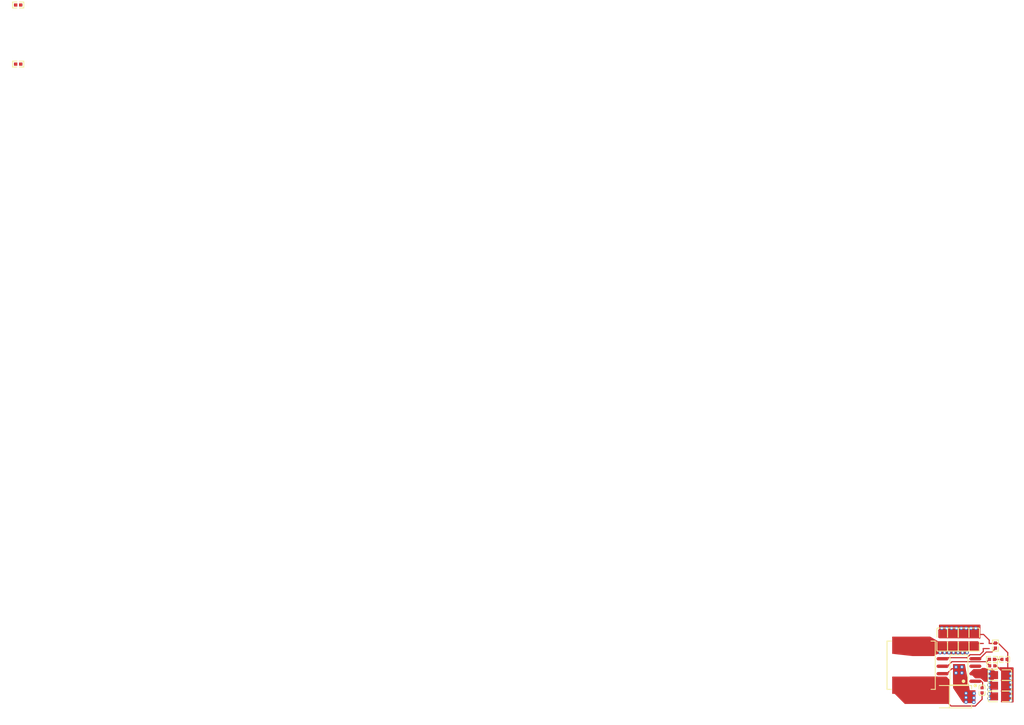
<source format=kicad_pcb>
(kicad_pcb (version 20241229) (generator "pcbnew") (generator_version "9.0")
  (layers (0 "F.Cu" signal) (2 "B.Cu" signal) (13 "F.Paste" user) (15 "B.Paste" user) (5 "F.SilkS" user "F.Silkscreen") (7 "B.SilkS" user "B.Silkscreen") (1 "F.Mask" user) (3 "B.Mask" user) (25 "Edge.Cuts" user))
  (net 2 "power_out-hv")
  (net 4 "cathode")
  (net 5 "bootstrap_capacitor-power-hv")
  (net 6 "anode")
  (net 7 "compensation_capacitors[0]-power-hv")
  (net 8 "RT_CLK")
  (net 11 "ref_out-hv")
  (net 12 "hv")
  (net 3 "compensation_capacitors[1]-power-hv")
  (footprint "YAGEO_CC0402JRX7R9BB472:C0402" (layer "F.Cu") (at 166.75 100.71 0)
    (property "Reference" "C2" (hide yes))
    (property "Value" "0F")
    (fp_line (start -0.87 0.35) (end -0.87 -0.35) (stroke (width 0.15)) (layer "F.SilkS") (layers "F.SilkS"))
    (fp_line (start -0.72 -0.5) (end -0.22 -0.5) (stroke (width 0.15)) (layer "F.SilkS") (layers "F.SilkS"))
    (fp_line (start -0.22 0.5) (end -0.72 0.5) (stroke (width 0.15)) (layer "F.SilkS") (layers "F.SilkS"))
    (fp_line (start 0.22 -0.5) (end 0.72 -0.5) (stroke (width 0.15)) (layer "F.SilkS") (layers "F.SilkS"))
    (fp_line (start 0.72 0.5) (end 0.22 0.5) (stroke (width 0.15)) (layer "F.SilkS") (layers "F.SilkS"))
    (fp_line (start 0.87 -0.35) (end 0.87 0.35) (stroke (width 0.15)) (layer "F.SilkS") (layers "F.SilkS"))
    (fp_arc (start 0.87 -0.35) (mid 0.826066 -0.456066) (end 0.72 -0.5) (stroke (width 0.15)) (layer "F.SilkS"))
    (fp_arc (start 0.72 0.5) (mid 0.826066 0.456066) (end 0.87 0.35) (stroke (width 0.15)) (layer "F.SilkS"))
    (fp_arc (start -0.87 0.35) (mid -0.826066 0.456066) (end -0.72 0.5) (stroke (width 0.15)) (layer "F.SilkS"))
    (fp_arc (start -0.72 -0.5) (mid -0.826066 -0.456066) (end -0.87 -0.35) (stroke (width 0.15)) (layer "F.SilkS"))
    (pad "1" smd rect (at -0.42 0 0) (size 0.5 0.54) (layers "F.Cu" "F.Paste" "F.Mask") (net 7 "compensation_capacitors[0]-power-hv"))
    (pad "2" smd rect (at 0.42 0 0) (size 0.5 0.54) (layers "F.Cu" "F.Paste" "F.Mask") (net 6 "anode"))
  )
  (footprint "Samsung_Electro_Mechanics_CL21A226MAQNNNE:C0805" (layer "F.Cu") (at 158.031264 97.35494 90)
    (property "Reference" "C8" (hide yes))
    (property "Value" "0F")
    (fp_line (start 1.81 -0.9) (end 0.4 -0.9) (stroke (width 0.15)) (layer "F.SilkS") (layers "F.SilkS"))
    (fp_line (start -1.81 -0.9) (end -0.4 -0.9) (stroke (width 0.15)) (layer "F.SilkS") (layers "F.SilkS"))
    (fp_line (start 1.96 0.75) (end 1.96 -0.75) (stroke (width 0.15)) (layer "F.SilkS") (layers "F.SilkS"))
    (fp_line (start -1.96 0.75) (end -1.96 -0.75) (stroke (width 0.15)) (layer "F.SilkS") (layers "F.SilkS"))
    (fp_line (start 0.4 0.9) (end 1.81 0.9) (stroke (width 0.15)) (layer "F.SilkS") (layers "F.SilkS"))
    (fp_line (start -0.4 0.9) (end -1.81 0.9) (stroke (width 0.15)) (layer "F.SilkS") (layers "F.SilkS"))
    (fp_arc (start 1.81 -0.9) (mid 1.916066 -0.856066) (end 1.96 -0.75) (stroke (width 0.15)) (layer "F.SilkS"))
    (fp_arc (start 1.96 0.75) (mid 1.916066 0.856066) (end 1.81 0.9) (stroke (width 0.15)) (layer "F.SilkS"))
    (fp_arc (start -1.96 0.75) (mid -1.916066 0.856066) (end -1.81 0.9) (stroke (width 0.15)) (layer "F.SilkS"))
    (fp_arc (start -1.81 -0.9) (mid -1.916066 -0.856066) (end -1.96 -0.75) (stroke (width 0.15)) (layer "F.SilkS"))
    (pad "1" smd rect (at -1 0 90) (size 1.41 1.35) (layers "F.Cu" "F.Paste" "F.Mask") (net 2 "power_out-hv"))
    (pad "2" smd rect (at 1 0 90) (size 1.41 1.35) (layers "F.Cu" "F.Paste" "F.Mask") (net 6 "anode"))
  )
  (footprint "Murata_Electronics_GRM21BR61H106KE43L:C0805" (layer "F.Cu") (at 165.96 105.168673 0)
    (property "Reference" "C5" (hide yes))
    (property "Value" "0F")
    (fp_line (start -1.96 0.75) (end -1.96 -0.75) (stroke (width 0.15)) (layer "F.SilkS") (layers "F.SilkS"))
    (fp_line (start -1.81 -0.9) (end -0.4 -0.9) (stroke (width 0.15)) (layer "F.SilkS") (layers "F.SilkS"))
    (fp_line (start -0.4 0.9) (end -1.81 0.9) (stroke (width 0.15)) (layer "F.SilkS") (layers "F.SilkS"))
    (fp_line (start 0.4 0.9) (end 1.81 0.9) (stroke (width 0.15)) (layer "F.SilkS") (layers "F.SilkS"))
    (fp_line (start 1.81 -0.9) (end 0.4 -0.9) (stroke (width 0.15)) (layer "F.SilkS") (layers "F.SilkS"))
    (fp_line (start 1.96 0.75) (end 1.96 -0.75) (stroke (width 0.15)) (layer "F.SilkS") (layers "F.SilkS"))
    (fp_arc (start 1.81 -0.9) (mid 1.916066 -0.856066) (end 1.96 -0.75) (stroke (width 0.15)) (layer "F.SilkS"))
    (fp_arc (start 1.96 0.75) (mid 1.916066 0.856066) (end 1.81 0.9) (stroke (width 0.15)) (layer "F.SilkS"))
    (fp_arc (start -1.96 0.75) (mid -1.916066 0.856066) (end -1.81 0.9) (stroke (width 0.15)) (layer "F.SilkS"))
    (fp_arc (start -1.81 -0.9) (mid -1.916066 -0.856066) (end -1.96 -0.75) (stroke (width 0.15)) (layer "F.SilkS"))
    (pad "1" smd rect (at -1 0 0) (size 1.41 1.35) (layers "F.Cu" "F.Paste" "F.Mask") (net 12 "hv"))
    (pad "2" smd rect (at 1 0 0) (size 1.41 1.35) (layers "F.Cu" "F.Paste" "F.Mask") (net 6 "anode"))
  )
  (footprint "Texas_Instruments_TPS54560DDAR:SOIC-8_L5.0-W4.0-P1.27-LS6.0-BL-EP2.0" (layer "F.Cu") (at 159.05 102.5 90)
    (property "Reference" "U1" (hide yes))
    (property "Value" "")
    (fp_line (start 2.53 -1.52) (end 2.53 1.52) (stroke (width 0.15)) (layer "F.SilkS"))
    (fp_line (start -2.53 -1.52) (end 2.53 -1.52) (stroke (width 0.15)) (layer "F.SilkS"))
    (fp_line (start 2.53 1.52) (end -2.53 1.52) (stroke (width 0.15)) (layer "F.SilkS"))
    (fp_line (start -2.53 1.52) (end -2.53 -1.52) (stroke (width 0.15)) (layer "F.SilkS"))
    (fp_circle (center -1.91 0.77) (end -1.76 0.77) (stroke (width 0.3)) (fill no) (layer "F.SilkS"))
    (fp_circle (center -2.64 2.77) (end -2.49 2.77) (stroke (width 0.3)) (fill no) (layer "F.SilkS"))
    (pad "1" smd oval (at -1.91 2.77 90) (size 0.57 2.04) (layers "F.Cu" "F.Mask" "F.Paste") (net 5 "bootstrap_capacitor-power-hv"))
    (pad "2" smd oval (at -0.63 2.77 90) (size 0.57 2.04) (layers "F.Cu" "F.Mask" "F.Paste") (net 12 "hv"))
    (pad "3" smd oval (at 0.63 2.77 90) (size 0.57 2.04) (layers "F.Cu" "F.Mask" "F.Paste") (net 12 "hv"))
    (pad "4" smd oval (at 1.9 2.77 90) (size 0.57 2.04) (layers "F.Cu" "F.Mask" "F.Paste") (net 8 "RT_CLK"))
    (pad "5" smd oval (at 1.9 -2.77 90) (size 0.57 2.04) (layers "F.Cu" "F.Mask" "F.Paste") (net 11 "ref_out-hv"))
    (pad "6" smd oval (at 0.63 -2.77 90) (size 0.57 2.04) (layers "F.Cu" "F.Mask" "F.Paste") (net 3 "compensation_capacitors[1]-power-hv"))
    (pad "7" smd oval (at -0.63 -2.77 90) (size 0.57 2.04) (layers "F.Cu" "F.Mask" "F.Paste") (net 6 "anode"))
    (pad "8" smd oval (at -1.91 -2.77 90) (size 0.57 2.04) (layers "F.Cu" "F.Mask" "F.Paste") (net 4 "cathode"))
    (pad "9" thru_hole circle (at -0.5 -0.5 90) (size 0.61 0.61) (drill 0.3) (layers "*.Cu" "*.Paste" "*.Mask") (net 6 "anode"))
    (pad "9" thru_hole circle (at -0.5 0.5 90) (size 0.61 0.61) (drill 0.3) (layers "*.Cu" "*.Paste" "*.Mask") (net 6 "anode"))
    (pad "9" smd rect (at 0 0 90) (size 2 2) (layers "F.Cu" "F.Mask" "F.Paste") (net 6 "anode"))
    (pad "9" thru_hole circle (at 0.5 -0.5 90) (size 0.61 0.61) (drill 0.3) (layers "*.Cu" "*.Paste" "*.Mask") (net 6 "anode"))
    (pad "9" thru_hole circle (at 0.5 0.5 90) (size 0.61 0.61) (drill 0.3) (layers "*.Cu" "*.Paste" "*.Mask") (net 6 "anode"))
  )
  (footprint "Samsung_Electro_Mechanics_CL21A226MAQNNNE:C0805" (layer "F.Cu") (at 156.221202 97.359179 90)
    (property "Reference" "C7" (hide yes))
    (property "Value" "0F")
    (fp_line (start 1.81 -0.9) (end 0.4 -0.9) (stroke (width 0.15)) (layer "F.SilkS") (layers "F.SilkS"))
    (fp_line (start -1.81 -0.9) (end -0.4 -0.9) (stroke (width 0.15)) (layer "F.SilkS") (layers "F.SilkS"))
    (fp_line (start 1.96 0.75) (end 1.96 -0.75) (stroke (width 0.15)) (layer "F.SilkS") (layers "F.SilkS"))
    (fp_line (start -1.96 0.75) (end -1.96 -0.75) (stroke (width 0.15)) (layer "F.SilkS") (layers "F.SilkS"))
    (fp_line (start 0.4 0.9) (end 1.81 0.9) (stroke (width 0.15)) (layer "F.SilkS") (layers "F.SilkS"))
    (fp_line (start -0.4 0.9) (end -1.81 0.9) (stroke (width 0.15)) (layer "F.SilkS") (layers "F.SilkS"))
    (fp_arc (start 1.81 -0.9) (mid 1.916066 -0.856066) (end 1.96 -0.75) (stroke (width 0.15)) (layer "F.SilkS"))
    (fp_arc (start 1.96 0.75) (mid 1.916066 0.856066) (end 1.81 0.9) (stroke (width 0.15)) (layer "F.SilkS"))
    (fp_arc (start -1.96 0.75) (mid -1.916066 0.856066) (end -1.81 0.9) (stroke (width 0.15)) (layer "F.SilkS"))
    (fp_arc (start -1.81 -0.9) (mid -1.916066 -0.856066) (end -1.96 -0.75) (stroke (width 0.15)) (layer "F.SilkS"))
    (pad "1" smd rect (at -1 0 90) (size 1.41 1.35) (layers "F.Cu" "F.Paste" "F.Mask") (net 2 "power_out-hv"))
    (pad "2" smd rect (at 1 0 90) (size 1.41 1.35) (layers "F.Cu" "F.Paste" "F.Mask") (net 6 "anode"))
  )
  (footprint "Murata_Electronics_GRM21BR61H106KE43L:C0805" (layer "F.Cu") (at 165.96 103.368673 0)
    (property "Reference" "C6" (hide yes))
    (property "Value" "0F")
    (fp_line (start -1.96 0.75) (end -1.96 -0.75) (stroke (width 0.15)) (layer "F.SilkS") (layers "F.SilkS"))
    (fp_line (start -1.81 -0.9) (end -0.4 -0.9) (stroke (width 0.15)) (layer "F.SilkS") (layers "F.SilkS"))
    (fp_line (start -0.4 0.9) (end -1.81 0.9) (stroke (width 0.15)) (layer "F.SilkS") (layers "F.SilkS"))
    (fp_line (start 0.4 0.9) (end 1.81 0.9) (stroke (width 0.15)) (layer "F.SilkS") (layers "F.SilkS"))
    (fp_line (start 1.81 -0.9) (end 0.4 -0.9) (stroke (width 0.15)) (layer "F.SilkS") (layers "F.SilkS"))
    (fp_line (start 1.96 0.75) (end 1.96 -0.75) (stroke (width 0.15)) (layer "F.SilkS") (layers "F.SilkS"))
    (fp_arc (start 1.81 -0.9) (mid 1.916066 -0.856066) (end 1.96 -0.75) (stroke (width 0.15)) (layer "F.SilkS"))
    (fp_arc (start 1.96 0.75) (mid 1.916066 0.856066) (end 1.81 0.9) (stroke (width 0.15)) (layer "F.SilkS"))
    (fp_arc (start -1.96 0.75) (mid -1.916066 0.856066) (end -1.81 0.9) (stroke (width 0.15)) (layer "F.SilkS"))
    (fp_arc (start -1.81 -0.9) (mid -1.916066 -0.856066) (end -1.96 -0.75) (stroke (width 0.15)) (layer "F.SilkS"))
    (pad "1" smd rect (at -1 0 0) (size 1.41 1.35) (layers "F.Cu" "F.Paste" "F.Mask") (net 12 "hv"))
    (pad "2" smd rect (at 1 0 0) (size 1.41 1.35) (layers "F.Cu" "F.Paste" "F.Mask") (net 6 "anode"))
  )
  (footprint "Samsung_Electro_Mechanics_CL21A226MAQNNNE:C0805" (layer "F.Cu") (at 161.64 97.36 90)
    (property "Reference" "C10" (hide yes))
    (property "Value" "0F")
    (fp_line (start 1.81 -0.9) (end 0.4 -0.9) (stroke (width 0.15)) (layer "F.SilkS") (layers "F.SilkS"))
    (fp_line (start -1.81 -0.9) (end -0.4 -0.9) (stroke (width 0.15)) (layer "F.SilkS") (layers "F.SilkS"))
    (fp_line (start 1.96 0.75) (end 1.96 -0.75) (stroke (width 0.15)) (layer "F.SilkS") (layers "F.SilkS"))
    (fp_line (start -1.96 0.75) (end -1.96 -0.75) (stroke (width 0.15)) (layer "F.SilkS") (layers "F.SilkS"))
    (fp_line (start 0.4 0.9) (end 1.81 0.9) (stroke (width 0.15)) (layer "F.SilkS") (layers "F.SilkS"))
    (fp_line (start -0.4 0.9) (end -1.81 0.9) (stroke (width 0.15)) (layer "F.SilkS") (layers "F.SilkS"))
    (fp_arc (start 1.81 -0.9) (mid 1.916066 -0.856066) (end 1.96 -0.75) (stroke (width 0.15)) (layer "F.SilkS"))
    (fp_arc (start 1.96 0.75) (mid 1.916066 0.856066) (end 1.81 0.9) (stroke (width 0.15)) (layer "F.SilkS"))
    (fp_arc (start -1.96 0.75) (mid -1.916066 0.856066) (end -1.81 0.9) (stroke (width 0.15)) (layer "F.SilkS"))
    (fp_arc (start -1.81 -0.9) (mid -1.916066 -0.856066) (end -1.96 -0.75) (stroke (width 0.15)) (layer "F.SilkS"))
    (pad "1" smd rect (at -1 0 90) (size 1.41 1.35) (layers "F.Cu" "F.Paste" "F.Mask") (net 2 "power_out-hv"))
    (pad "2" smd rect (at 1 0 90) (size 1.41 1.35) (layers "F.Cu" "F.Paste" "F.Mask") (net 6 "anode"))
  )
  (footprint "Samsung_Electro_Mechanics_CL05B104KB54PNC:C0402" (layer "F.Cu") (at 162.96 105.94 -90)
    (property "Reference" "C1" (hide yes))
    (property "Value" "0F")
    (fp_line (start -0.22 0.5) (end -0.72 0.5) (stroke (width 0.15)) (layer "F.SilkS") (layers "F.SilkS"))
    (fp_line (start 0.72 0.5) (end 0.22 0.5) (stroke (width 0.15)) (layer "F.SilkS") (layers "F.SilkS"))
    (fp_line (start -0.87 0.35) (end -0.87 -0.35) (stroke (width 0.15)) (layer "F.SilkS") (layers "F.SilkS"))
    (fp_line (start 0.87 -0.35) (end 0.87 0.35) (stroke (width 0.15)) (layer "F.SilkS") (layers "F.SilkS"))
    (fp_line (start -0.72 -0.5) (end -0.22 -0.5) (stroke (width 0.15)) (layer "F.SilkS") (layers "F.SilkS"))
    (fp_line (start 0.22 -0.5) (end 0.72 -0.5) (stroke (width 0.15)) (layer "F.SilkS") (layers "F.SilkS"))
    (fp_arc (start 0.87 -0.35) (mid 0.826066 -0.456066) (end 0.72 -0.5) (stroke (width 0.15)) (layer "F.SilkS"))
    (fp_arc (start 0.72 0.5) (mid 0.826066 0.456066) (end 0.87 0.35) (stroke (width 0.15)) (layer "F.SilkS"))
    (fp_arc (start -0.87 0.35) (mid -0.826066 0.456066) (end -0.72 0.5) (stroke (width 0.15)) (layer "F.SilkS"))
    (fp_arc (start -0.72 -0.5) (mid -0.826066 -0.456066) (end -0.87 -0.35) (stroke (width 0.15)) (layer "F.SilkS"))
    (pad "1" smd rect (at -0.42 0 270) (size 0.5 0.54) (layers "F.Cu" "F.Paste" "F.Mask") (net 5 "bootstrap_capacitor-power-hv"))
    (pad "2" smd rect (at 0.42 0 270) (size 0.5 0.54) (layers "F.Cu" "F.Paste" "F.Mask") (net 4 "cathode"))
  )
  (footprint "YAGEO_RC0402FR_0723K7L:R0402" (layer "F.Cu") (at 164.63 100.71 0)
    (property "Reference" "R1" (hide yes))
    (property "Value" "23700Ω")
    (fp_line (start -0.94 -0.5) (end -0.23 -0.5) (stroke (width 0.15)) (layer "F.SilkS") (layers "F.SilkS"))
    (fp_line (start -0.94 0.5) (end -0.94 -0.5) (stroke (width 0.15)) (layer "F.SilkS") (layers "F.SilkS"))
    (fp_line (start -0.23 0.5) (end -0.94 0.5) (stroke (width 0.15)) (layer "F.SilkS") (layers "F.SilkS"))
    (fp_line (start 0.23 0.5) (end 0.94 0.5) (stroke (width 0.15)) (layer "F.SilkS") (layers "F.SilkS"))
    (fp_line (start 0.94 -0.5) (end 0.23 -0.5) (stroke (width 0.15)) (layer "F.SilkS") (layers "F.SilkS"))
    (fp_line (start 0.94 0.5) (end 0.94 -0.5) (stroke (width 0.15)) (layer "F.SilkS") (layers "F.SilkS"))
    (pad "1" smd rect (at -0.43 0 0) (size 0.57 0.54) (layers "F.Cu" "F.Paste" "F.Mask") (net 3 "compensation_capacitors[1]-power-hv"))
    (pad "2" smd rect (at 0.43 0 0) (size 0.57 0.54) (layers "F.Cu" "F.Paste" "F.Mask") (net 7 "compensation_capacitors[0]-power-hv"))
  )
  (footprint "CCTC_TCC0402C0G100J500AT:C0402" (layer "F.Cu") (at 164.68 101.8 0)
    (property "Reference" "C3" (hide yes))
    (property "Value" "0F")
    (fp_line (start -0.72 -0.5) (end -0.22 -0.5) (stroke (width 0.15)) (layer "F.SilkS") (layers "F.SilkS"))
    (fp_line (start -0.87 0.35) (end -0.87 -0.35) (stroke (width 0.15)) (layer "F.SilkS") (layers "F.SilkS"))
    (fp_line (start -0.22 0.5) (end -0.72 0.5) (stroke (width 0.15)) (layer "F.SilkS") (layers "F.SilkS"))
    (fp_line (start 0.72 0.5) (end 0.22 0.5) (stroke (width 0.15)) (layer "F.SilkS") (layers "F.SilkS"))
    (fp_line (start 0.22 -0.5) (end 0.72 -0.5) (stroke (width 0.15)) (layer "F.SilkS") (layers "F.SilkS"))
    (fp_line (start 0.87 -0.35) (end 0.87 0.35) (stroke (width 0.15)) (layer "F.SilkS") (layers "F.SilkS"))
    (fp_arc (start 0.87 -0.35) (mid 0.826066 -0.456066) (end 0.72 -0.5) (stroke (width 0.15)) (layer "F.SilkS"))
    (fp_arc (start 0.72 0.5) (mid 0.826066 0.456066) (end 0.87 0.35) (stroke (width 0.15)) (layer "F.SilkS"))
    (fp_arc (start -0.87 0.35) (mid -0.826066 0.456066) (end -0.72 0.5) (stroke (width 0.15)) (layer "F.SilkS"))
    (fp_arc (start -0.72 -0.5) (mid -0.826066 -0.456066) (end -0.87 -0.35) (stroke (width 0.15)) (layer "F.SilkS"))
    (pad "2" smd rect (at 0.42 0 0) (size 0.5 0.54) (layers "F.Cu" "F.Paste" "F.Mask") (net 6 "anode"))
    (pad "1" smd rect (at -0.42 0 0) (size 0.5 0.54) (layers "F.Cu" "F.Paste" "F.Mask") (net 3 "compensation_capacitors[1]-power-hv"))
  )
  (footprint "Murata_Electronics_GRM21BR61H106KE43L:C0805" (layer "F.Cu") (at 165.96 106.968673 0)
    (property "Reference" "C4" (hide yes))
    (property "Value" "0F")
    (fp_line (start -1.96 0.75) (end -1.96 -0.75) (stroke (width 0.15)) (layer "F.SilkS") (layers "F.SilkS"))
    (fp_line (start -1.81 -0.9) (end -0.4 -0.9) (stroke (width 0.15)) (layer "F.SilkS") (layers "F.SilkS"))
    (fp_line (start -0.4 0.9) (end -1.81 0.9) (stroke (width 0.15)) (layer "F.SilkS") (layers "F.SilkS"))
    (fp_line (start 0.4 0.9) (end 1.81 0.9) (stroke (width 0.15)) (layer "F.SilkS") (layers "F.SilkS"))
    (fp_line (start 1.81 -0.9) (end 0.4 -0.9) (stroke (width 0.15)) (layer "F.SilkS") (layers "F.SilkS"))
    (fp_line (start 1.96 0.75) (end 1.96 -0.75) (stroke (width 0.15)) (layer "F.SilkS") (layers "F.SilkS"))
    (fp_arc (start 1.81 -0.9) (mid 1.916066 -0.856066) (end 1.96 -0.75) (stroke (width 0.15)) (layer "F.SilkS"))
    (fp_arc (start 1.96 0.75) (mid 1.916066 0.856066) (end 1.81 0.9) (stroke (width 0.15)) (layer "F.SilkS"))
    (fp_arc (start -1.96 0.75) (mid -1.916066 0.856066) (end -1.81 0.9) (stroke (width 0.15)) (layer "F.SilkS"))
    (fp_arc (start -1.81 -0.9) (mid -1.916066 -0.856066) (end -1.96 -0.75) (stroke (width 0.15)) (layer "F.SilkS"))
    (pad "1" smd rect (at -1 0 0) (size 1.41 1.35) (layers "F.Cu" "F.Paste" "F.Mask") (net 12 "hv"))
    (pad "2" smd rect (at 1 0 0) (size 1.41 1.35) (layers "F.Cu" "F.Paste" "F.Mask") (net 6 "anode"))
  )
  (footprint "Samsung_Electro_Mechanics_CL21A226MAQNNNE:C0805" (layer "F.Cu") (at 159.84 97.36 90)
    (property "Reference" "C9" (hide yes))
    (property "Value" "0F")
    (fp_line (start 1.81 -0.9) (end 0.4 -0.9) (stroke (width 0.15)) (layer "F.SilkS") (layers "F.SilkS"))
    (fp_line (start -1.81 -0.9) (end -0.4 -0.9) (stroke (width 0.15)) (layer "F.SilkS") (layers "F.SilkS"))
    (fp_line (start 1.96 0.75) (end 1.96 -0.75) (stroke (width 0.15)) (layer "F.SilkS") (layers "F.SilkS"))
    (fp_line (start -1.96 0.75) (end -1.96 -0.75) (stroke (width 0.15)) (layer "F.SilkS") (layers "F.SilkS"))
    (fp_line (start 0.4 0.9) (end 1.81 0.9) (stroke (width 0.15)) (layer "F.SilkS") (layers "F.SilkS"))
    (fp_line (start -0.4 0.9) (end -1.81 0.9) (stroke (width 0.15)) (layer "F.SilkS") (layers "F.SilkS"))
    (fp_arc (start 1.81 -0.9) (mid 1.916066 -0.856066) (end 1.96 -0.75) (stroke (width 0.15)) (layer "F.SilkS"))
    (fp_arc (start 1.96 0.75) (mid 1.916066 0.856066) (end 1.81 0.9) (stroke (width 0.15)) (layer "F.SilkS"))
    (fp_arc (start -1.96 0.75) (mid -1.916066 0.856066) (end -1.81 0.9) (stroke (width 0.15)) (layer "F.SilkS"))
    (fp_arc (start -1.81 -0.9) (mid -1.916066 -0.856066) (end -1.96 -0.75) (stroke (width 0.15)) (layer "F.SilkS"))
    (pad "1" smd rect (at -1 0 90) (size 1.41 1.35) (layers "F.Cu" "F.Paste" "F.Mask") (net 2 "power_out-hv"))
    (pad "2" smd rect (at 1 0 90) (size 1.41 1.35) (layers "F.Cu" "F.Paste" "F.Mask") (net 6 "anode"))
  )
  (footprint "Sunlord_SWPA8040S5R6NT:IND-SMD_L8.0-W8.0_SWPA8040S" (layer "F.Cu") (at 150.97 101.7 -90)
    (property "Reference" "L1" (hide yes))
    (property "Value" "L 0H")
    (fp_line (start -4.08 4.08) (end 4.08 4.08) (stroke (width 0.15)) (layer "F.SilkS"))
    (fp_line (start 4.08 4.08) (end 4.08 3.36) (stroke (width 0.15)) (layer "F.SilkS"))
    (fp_line (start -4.08 3.36) (end -4.08 4.08) (stroke (width 0.15)) (layer "F.SilkS"))
    (fp_line (start -4.08 -3.36) (end -4.08 -4.08) (stroke (width 0.15)) (layer "F.SilkS"))
    (fp_line (start -4.08 -4.08) (end 4.08 -4.08) (stroke (width 0.15)) (layer "F.SilkS"))
    (fp_line (start 4.08 -4.08) (end 4.08 -3.36) (stroke (width 0.15)) (layer "F.SilkS"))
    (pad "1" smd rect (at 3.38 0 270) (size 2.92 6.42) (layers "F.Cu" "F.Paste" "F.Mask") (net 4 "cathode"))
    (pad "2" smd rect (at -3.38 0 270) (size 2.92 6.42) (layers "F.Cu" "F.Paste" "F.Mask") (net 2 "power_out-hv"))
  )
  (footprint "UNI_ROYAL_0402WGF1623TCE:R0402" (layer "F.Cu") (at 165.21 98.38 90)
    (property "Reference" "R4" (hide yes))
    (property "Value" "162000Ω")
    (fp_line (start 0.94 -0.5) (end 0.23 -0.5) (stroke (width 0.15)) (layer "F.SilkS") (layers "F.SilkS"))
    (fp_line (start -0.94 -0.5) (end -0.23 -0.5) (stroke (width 0.15)) (layer "F.SilkS") (layers "F.SilkS"))
    (fp_line (start 0.94 0.5) (end 0.94 -0.5) (stroke (width 0.15)) (layer "F.SilkS") (layers "F.SilkS"))
    (fp_line (start 0.23 0.5) (end 0.94 0.5) (stroke (width 0.15)) (layer "F.SilkS") (layers "F.SilkS"))
    (fp_line (start -0.23 0.5) (end -0.94 0.5) (stroke (width 0.15)) (layer "F.SilkS") (layers "F.SilkS"))
    (fp_line (start -0.94 0.5) (end -0.94 -0.5) (stroke (width 0.15)) (layer "F.SilkS") (layers "F.SilkS"))
    (pad "1" smd rect (at -0.43 0 90) (size 0.57 0.54) (layers "F.Cu" "F.Paste" "F.Mask") (net 8 "RT_CLK"))
    (pad "2" smd rect (at 0.43 0 90) (size 0.57 0.54) (layers "F.Cu" "F.Paste" "F.Mask") (net 6 "anode"))
  )
  (footprint "STMicroelectronics_STPS340U:SMB_L4.6-W3.6-LS5.3-RD" (layer "F.Cu") (at 158.46 107.02 0)
    (property "Reference" "D1" (hide yes))
    (property "Value" "")
    (fp_line (start -2.74 -1.89) (end 2.74 -1.89) (stroke (width 0.15)) (layer "F.SilkS"))
    (fp_line (start -2.74 1.89) (end 2.74 1.89) (stroke (width 0.15)) (layer "F.SilkS"))
    (fp_line (start -1.02 -1.89) (end -1.02 1.89) (stroke (width 0.15)) (layer "F.SilkS"))
    (fp_line (start 2.74 -1.89) (end 2.74 -1.3) (stroke (width 0.15)) (layer "F.SilkS"))
    (fp_line (start 2.74 1.89) (end 2.74 1.3) (stroke (width 0.15)) (layer "F.SilkS"))
    (pad "1" smd rect (at -2.36 0 0) (size 2.05 2.19) (layers "F.Cu" "F.Paste" "F.Mask") (net 4 "cathode"))
    (pad "2" smd rect (at 2.36 0 0) (size 2.05 2.19) (layers "F.Cu" "F.Paste" "F.Mask") (net 6 "anode"))
  )
  (footprint "UNI_ROYAL_0402WGF1002TCE:R0402" (layer "F.Cu") (at 0 0 0)
    (property "Reference" "R3" (hide yes))
    (property "Value" "10000Ω")
    (fp_line (start -0.23 0.5) (end -0.94 0.5) (stroke (width 0.15)) (layer "F.SilkS") (layers "F.SilkS"))
    (fp_line (start -0.94 0.5) (end -0.94 -0.5) (stroke (width 0.15)) (layer "F.SilkS") (layers "F.SilkS"))
    (fp_line (start -0.94 -0.5) (end -0.23 -0.5) (stroke (width 0.15)) (layer "F.SilkS") (layers "F.SilkS"))
    (fp_line (start 0.23 0.5) (end 0.94 0.5) (stroke (width 0.15)) (layer "F.SilkS") (layers "F.SilkS"))
    (fp_line (start 0.94 0.5) (end 0.94 -0.5) (stroke (width 0.15)) (layer "F.SilkS") (layers "F.SilkS"))
    (fp_line (start 0.94 -0.5) (end 0.23 -0.5) (stroke (width 0.15)) (layer "F.SilkS") (layers "F.SilkS"))
    (pad "2" smd rect (at 0.43 0 0) (size 0.57 0.54) (layers "F.Cu" "F.Paste" "F.Mask") (net 6 "anode"))
    (pad "1" smd rect (at -0.43 0 0) (size 0.57 0.54) (layers "F.Cu" "F.Paste" "F.Mask") (net 11 "ref_out-hv"))
  )
  (footprint "UNI_ROYAL_0402WGF5102TCE:R0402" (layer "F.Cu") (at 0 -10 0)
    (property "Reference" "R2" (hide yes))
    (property "Value" "51000Ω")
    (fp_line (start -0.23 0.5) (end -0.94 0.5) (stroke (width 0.15)) (layer "F.SilkS") (layers "F.SilkS"))
    (fp_line (start -0.94 0.5) (end -0.94 -0.5) (stroke (width 0.15)) (layer "F.SilkS") (layers "F.SilkS"))
    (fp_line (start -0.94 -0.5) (end -0.23 -0.5) (stroke (width 0.15)) (layer "F.SilkS") (layers "F.SilkS"))
    (fp_line (start 0.23 0.5) (end 0.94 0.5) (stroke (width 0.15)) (layer "F.SilkS") (layers "F.SilkS"))
    (fp_line (start 0.94 0.5) (end 0.94 -0.5) (stroke (width 0.15)) (layer "F.SilkS") (layers "F.SilkS"))
    (fp_line (start 0.94 -0.5) (end 0.23 -0.5) (stroke (width 0.15)) (layer "F.SilkS") (layers "F.SilkS"))
    (pad "2" smd rect (at 0.43 0 0) (size 0.57 0.54) (layers "F.Cu" "F.Paste" "F.Mask") (net 11 "ref_out-hv"))
    (pad "1" smd rect (at -0.43 0 0) (size 0.57 0.54) (layers "F.Cu" "F.Paste" "F.Mask") (net 2 "power_out-hv"))
  )
  (via (at 157.804809 95.450011) (size 0.6) (drill 0.3) (layers "F.Cu" "B.Cu") (net 6))
  (via (at 156.163053 95.450011) (size 0.6) (drill 0.3) (layers "F.Cu" "B.Cu") (net 6))
  (via (at 167.795 106.159056) (size 0.6) (drill 0.3) (layers "F.Cu" "B.Cu") (net 6))
  (via (at 161.560851 107.958705) (size 0.6) (drill 0.3) (layers "F.Cu" "B.Cu") (net 6))
  (via (at 167.795 103.88514) (size 0.6) (drill 0.3) (layers "F.Cu" "B.Cu") (net 6))
  (via (at 161.574562 107.232014) (size 0.6) (drill 0.3) (layers "F.Cu" "B.Cu") (net 6))
  (via (at 161.601984 106.450479) (size 0.6) (drill 0.3) (layers "F.Cu" "B.Cu") (net 6))
  (via (at 160.244581 106.436768) (size 0.6) (drill 0.3) (layers "F.Cu" "B.Cu") (net 6))
  (via (at 159.446564 95.450011) (size 0.6) (drill 0.3) (layers "F.Cu" "B.Cu") (net 6))
  (via (at 158.625687 95.450011) (size 0.6) (drill 0.3) (layers "F.Cu" "B.Cu") (net 6))
  (via (at 160.267442 95.450011) (size 0.6) (drill 0.3) (layers "F.Cu" "B.Cu") (net 6))
  (via (at 167.795 107.675) (size 0.6) (drill 0.3) (layers "F.Cu" "B.Cu") (net 6))
  (via (at 167.795 106.917028) (size 0.6) (drill 0.3) (layers "F.Cu" "B.Cu") (net 6))
  (via (at 161.08832 95.450011) (size 0.6) (drill 0.3) (layers "F.Cu" "B.Cu") (net 6))
  (via (at 167.795 103.127168) (size 0.6) (drill 0.3) (layers "F.Cu" "B.Cu") (net 6))
  (via (at 160.244581 107.163458) (size 0.6) (drill 0.3) (layers "F.Cu" "B.Cu") (net 6))
  (via (at 156.983931 95.450011) (size 0.6) (drill 0.3) (layers "F.Cu" "B.Cu") (net 6))
  (via (at 167.795 105.401084) (size 0.6) (drill 0.3) (layers "F.Cu" "B.Cu") (net 6))
  (via (at 161.909198 95.450011) (size 0.6) (drill 0.3) (layers "F.Cu" "B.Cu") (net 6))
  (via (at 167.795 104.643112) (size 0.6) (drill 0.3) (layers "F.Cu" "B.Cu") (net 6))
  (via (at 160.244581 107.917572) (size 0.6) (drill 0.3) (layers "F.Cu" "B.Cu") (net 6))
  (via (at 156.622168 99.55) (size 0.6) (drill 0.3) (layers "F.Cu" "B.Cu") (net 2))
  (via (at 159.654056 99.55) (size 0.6) (drill 0.3) (layers "F.Cu" "B.Cu") (net 2))
  (via (at 158.138112 99.55) (size 0.6) (drill 0.3) (layers "F.Cu" "B.Cu") (net 2))
  (via (at 158.896084 99.55) (size 0.6) (drill 0.3) (layers "F.Cu" "B.Cu") (net 2))
  (via (at 155.864196 99.55) (size 0.6) (drill 0.3) (layers "F.Cu" "B.Cu") (net 2))
  (via (at 157.38014 99.55) (size 0.6) (drill 0.3) (layers "F.Cu" "B.Cu") (net 2))
  (via (at 160.412028 99.55) (size 0.6) (drill 0.3) (layers "F.Cu" "B.Cu") (net 2))
  (via (at 164.145 102.769196) (size 0.6) (drill 0.3) (layers "F.Cu" "B.Cu") (net 9))
  (via (at 164.145 106.559056) (size 0.6) (drill 0.3) (layers "F.Cu" "B.Cu") (net 9))
  (via (at 164.145 105.801084) (size 0.6) (drill 0.3) (layers "F.Cu" "B.Cu") (net 9))
  (via (at 164.145 103.527168) (size 0.6) (drill 0.3) (layers "F.Cu" "B.Cu") (net 9))
  (via (at 164.145 104.28514) (size 0.6) (drill 0.3) (layers "F.Cu" "B.Cu") (net 9))
  (via (at 164.145 105.043112) (size 0.6) (drill 0.3) (layers "F.Cu" "B.Cu") (net 9))
  (via (at 164.145 107.317028) (size 0.6) (drill 0.3) (layers "F.Cu" "B.Cu") (net 9))
  (segment (start 156.375 103.03) (end 157.11 103.03) (width 0.2) (layer "F.Cu") (net 6))
  (segment (start 167.3 100.71) (end 167.3 103.028673) (width 0.2) (layer "F.Cu") (net 6))
  (segment (start 167.3 103.028673) (end 166.96 103.368673) (width 0.2) (layer "F.Cu") (net 6))
  (segment (start 164.17 97.45) (end 163.22 96.5) (width 0.2) (layer "F.Cu") (net 6))
  (segment (start 167.3 99.57) (end 167.3 100.71) (width 0.2) (layer "F.Cu") (net 6))
  (segment (start 166.516296 103.153704) (end 166.545 103.125) (width 0.2) (layer "F.Cu") (net 6))
  (segment (start 163.22 96.5) (end 161.77 96.5) (width 0.2) (layer "F.Cu") (net 6))
  (segment (start 160.934355 106.885878) (end 161.178874 106.885878) (width 0.2) (layer "F.Cu") (net 6))
  (segment (start 165.23 101.8) (end 165.391327 101.8) (width 0.2) (layer "F.Cu") (net 6))
  (segment (start 161.77 96.5) (end 156.37 96.5) (width 0.2) (layer "F.Cu") (net 6))
  (segment (start 164.17 98.02) (end 165.22 98.02) (width 0.2) (layer "F.Cu") (net 6))
  (segment (start 157.846 102.294) (end 159.039 102.294) (width 0.2) (layer "F.Cu") (net 6))
  (segment (start 165.391327 101.8) (end 166.96 103.368673) (width 0.2) (layer "F.Cu") (net 6))
  (segment (start 164.17 98.02) (end 164.17 97.45) (width 0.2) (layer "F.Cu") (net 6))
  (segment (start 159.039 102.294) (end 159.645 102.9) (width 0.2) (layer "F.Cu") (net 6))
  (segment (start 166.516296 106.933977) (end 166.516296 103.153704) (width 0.2) (layer "F.Cu") (net 6))
  (segment (start 165.68 97.95) (end 167.3 99.57) (width 0.2) (layer "F.Cu") (net 6))
  (segment (start 165.21 97.95) (end 165.68 97.95) (width 0.2) (layer "F.Cu") (net 6))
  (segment (start 157.11 103.03) (end 157.846 102.294) (width 0.2) (layer "F.Cu") (net 6))
  (segment (start 161.82 108.6) (end 162.96 107.46) (width 0.2) (layer "F.Cu") (net 4))
  (segment (start 156.183874 107.160878) (end 156.183874 104.501126) (width 0.2) (layer "F.Cu") (net 4))
  (segment (start 156.183874 104.501126) (end 156.375 104.31) (width 0.2) (layer "F.Cu") (net 4))
  (segment (start 151.045 105.08) (end 155.605 105.08) (width 0.2) (layer "F.Cu") (net 4))
  (segment (start 162.96 107.46) (end 162.96 106.49) (width 0.2) (layer "F.Cu") (net 4))
  (segment (start 156.1 107.02) (end 156.14 107.02) (width 0.2) (layer "F.Cu") (net 4))
  (segment (start 155.605 105.08) (end 156.375 104.31) (width 0.2) (layer "F.Cu") (net 4))
  (segment (start 156.14 107.02) (end 157.72 108.6) (width 0.2) (layer "F.Cu") (net 4))
  (segment (start 157.72 108.6) (end 161.82 108.6) (width 0.2) (layer "F.Cu") (net 4))
  (segment (start 157.871 101.099) (end 163.766 101.099) (width 0.2) (layer "F.Cu") (net 1))
  (segment (start 157.2 101.77) (end 157.871 101.099) (width 0.2) (layer "F.Cu") (net 1))
  (segment (start 163.766 101.099) (end 164.14 100.725) (width 0.2) (layer "F.Cu") (net 1))
  (segment (start 163.766 101.099) (end 163.766 101.296) (width 0.2) (layer "F.Cu") (net 1))
  (segment (start 156.375 101.77) (end 157.2 101.77) (width 0.2) (layer "F.Cu") (net 1))
  (segment (start 163.766 101.296) (end 164.195 101.725) (width 0.2) (layer "F.Cu") (net 1))
  (segment (start 163.045 104.625) (end 163.045 105.425) (width 0.2) (layer "F.Cu") (net 5))
  (segment (start 161.915 104.31) (end 162.73 104.31) (width 0.2) (layer "F.Cu") (net 5))
  (segment (start 162.73 104.31) (end 163.045 104.625) (width 0.2) (layer "F.Cu") (net 5))
  (segment (start 151.225 98.5) (end 151.045 98.32) (width 0.2) (layer "F.Cu") (net 2))
  (segment (start 162.250394 98.019606) (end 161.77 98.5) (width 0.2) (layer "F.Cu") (net 2))
  (segment (start 163.167367 98.019606) (end 162.250394 98.019606) (width 0.2) (layer "F.Cu") (net 2))
  (segment (start 161.77 98.5) (end 156.37 98.5) (width 0.2) (layer "F.Cu") (net 2))
  (segment (start 156.37 98.5) (end 151.225 98.5) (width 0.2) (layer "F.Cu") (net 2))
  (segment (start 162.617973 99.914) (end 163.167367 99.364606) (width 0.2) (layer "F.Cu") (net 3))
  (segment (start 156.45 100.425) (end 160.42 100.425) (width 0.2) (layer "F.Cu") (net 3))
  (segment (start 160.42 100.425) (end 160.587729 100.257271) (width 0.2) (layer "F.Cu") (net 3))
  (segment (start 160.594 100.257271) (end 160.937271 99.914) (width 0.2) (layer "F.Cu") (net 3))
  (segment (start 160.587729 100.257271) (end 160.594 100.257271) (width 0.2) (layer "F.Cu") (net 3))
  (segment (start 160.937271 99.914) (end 162.617973 99.914) (width 0.2) (layer "F.Cu") (net 3))
  (segment (start 163.167761 98.88) (end 163.167367 98.879606) (width 0.2) (layer "F.Cu") (net 3))
  (segment (start 156.375 100.5) (end 156.45 100.425) (width 0.2) (layer "F.Cu") (net 3))
  (segment (start 163.167367 99.364606) (end 163.167367 98.879606) (width 0.2) (layer "F.Cu") (net 3))
  (segment (start 164.17 98.88) (end 163.167761 98.88) (width 0.2) (layer "F.Cu") (net 3))
  (segment (start 165.22 98.88) (end 165.22 98.895) (width 0.2) (layer "F.Cu") (net 8))
  (segment (start 161.915 100.5) (end 162.65 100.5) (width 0.2) (layer "F.Cu") (net 8))
  (segment (start 164.634 99.466) (end 165.22 98.88) (width 0.2) (layer "F.Cu") (net 8))
  (segment (start 163.684 99.466) (end 164.634 99.466) (width 0.2) (layer "F.Cu") (net 8))
  (segment (start 162.65 100.5) (end 163.684 99.466) (width 0.2) (layer "F.Cu") (net 8))
  (segment (start 164.545 103.125) (end 164.545 106.905273) (width 0.2) (layer "F.Cu") (net 9))
  (segment (start 164.545 106.905273) (end 164.516296 106.933977) (width 0.2) (layer "F.Cu") (net 9))
  (segment (start 162.01 103.125) (end 161.915 103.03) (width 0.2) (layer "F.Cu") (net 9))
  (segment (start 164.545 103.125) (end 162.01 103.125) (width 0.2) (layer "F.Cu") (net 9))
  (segment (start 166.095 100.725) (end 166.12 100.7) (width 0.2) (layer "F.Cu") (net 7))
  (segment (start 165 100.725) (end 166.095 100.725) (width 0.2) (layer "F.Cu") (net 7))
  (zone (net 2) (net_name "power_out-hv") (layers "F.Cu") (priority 4) (connect_pads (clearance 0.5)) (min_thickness 0.25) (fill yes (thermal_gap 0.5) (thermal_bridge_width 0.5))
    (polygon (pts (xy 154.178442 96.859651) (xy 155.546776 97.653284) (xy 162.314339 97.656987) (xy 162.42 97.812908) (xy 162.42 99.2) (xy 161.47 100.15) (xy 151.22 100.15) (xy 147.774794 99.768331) (xy 152.447772 96.872228)))
  )
  (zone (net 6) (net_name "anode") (layers "F.Cu") (priority 2) (connect_pads (clearance 0.2)) (min_thickness 0.25) (fill yes (thermal_gap 0.5) (thermal_bridge_width 0.5))
    (polygon (pts (xy 160.06 101.510423) (xy 160.89 105.99) (xy 159.77 108.1) (xy 158.06 105.56) (xy 158.04 103.49) (xy 158.05 101.51)))
  )
  (zone (net 6) (net_name "anode") (layers "F.Cu") (priority 2) (connect_pads (clearance 0.5)) (min_thickness 0.25) (fill yes (thermal_gap 0.5) (thermal_bridge_width 0.5))
    (polygon (pts (xy 155.668673 94.825) (xy 162.695 94.825) (xy 162.695 97.2) (xy 162.395 97.5) (xy 156.97 97.5) (xy 155.645 97.5)))
  )
  (zone (net 9) (net_name "regulator-power_in-hv-1") (layers "F.Cu") (connect_pads (clearance 0.2)) (min_thickness 0.25) (fill yes (thermal_gap 0.5) (thermal_bridge_width 0.5))
    (polygon (pts (xy 161.02 103.15) (xy 162.37 104.5) (xy 164.545 104.5) (xy 165.22 103.825) (xy 165.22 102.775) (xy 164.595 102.15) (xy 161.695 102.15) (xy 161.02 102.825)))
  )
  (zone (net 6) (net_name "anode") (layers "F.Cu") (priority 2) (connect_pads (clearance 0.5)) (min_thickness 0.25) (fill yes (thermal_gap 0.5) (thermal_bridge_width 0.5))
    (polygon (pts (xy 168.295 102.048673) (xy 168.295 108) (xy 165.57 107.975) (xy 165.57 107.55) (xy 165.62 103.35) (xy 165.62 102.025)))
  )
  (zone (net 4) (net_name "cathode") (layers "F.Cu") (priority 4) (connect_pads (clearance 0.2)) (min_thickness 0.25) (fill yes (thermal_gap 0.5) (thermal_bridge_width 0.5))
    (polygon (pts (xy 156.92 103.6) (xy 157.52 104.2) (xy 157.52 107.95) (xy 157.22 108.25) (xy 149.895 108.25) (xy 147.97 106.325) (xy 147.995 106.35) (xy 150.745 103.6)))
  )
)
</source>
